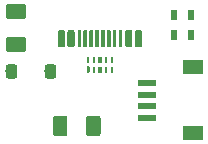
<source format=gtp>
G04 #@! TF.GenerationSoftware,KiCad,Pcbnew,(5.1.4)-1*
G04 #@! TF.CreationDate,2022-05-10T00:39:04+09:00*
G04 #@! TF.ProjectId,Unified-Daughterboard,556e6966-6965-4642-9d44-617567687465,C3*
G04 #@! TF.SameCoordinates,Original*
G04 #@! TF.FileFunction,Paste,Top*
G04 #@! TF.FilePolarity,Positive*
%FSLAX46Y46*%
G04 Gerber Fmt 4.6, Leading zero omitted, Abs format (unit mm)*
G04 Created by KiCad (PCBNEW (5.1.4)-1) date 2022-05-10 00:39:04*
%MOMM*%
%LPD*%
G04 APERTURE LIST*
%ADD10C,0.100000*%
%ADD11C,0.250000*%
%ADD12R,0.250000X0.550000*%
%ADD13R,0.300000X0.550000*%
%ADD14C,1.250000*%
%ADD15R,0.500000X0.900000*%
%ADD16C,1.000000*%
%ADD17C,0.600000*%
%ADD18C,0.300000*%
%ADD19R,1.550000X0.600000*%
%ADD20R,1.800000X1.200000*%
G04 APERTURE END LIST*
D10*
G36*
X74014753Y-66453602D02*
G01*
X74026887Y-66455402D01*
X74038787Y-66458382D01*
X74050336Y-66462515D01*
X74061426Y-66467760D01*
X74071947Y-66474066D01*
X74081800Y-66481374D01*
X74090889Y-66489612D01*
X74099127Y-66498701D01*
X74106435Y-66508554D01*
X74112741Y-66519075D01*
X74117986Y-66530165D01*
X74122119Y-66541714D01*
X74125099Y-66553614D01*
X74126899Y-66565748D01*
X74127501Y-66578000D01*
X74127501Y-66878000D01*
X74126899Y-66890252D01*
X74125099Y-66902386D01*
X74122119Y-66914286D01*
X74117986Y-66925835D01*
X74112741Y-66936925D01*
X74106435Y-66947446D01*
X74099127Y-66957299D01*
X74090889Y-66966388D01*
X74081800Y-66974626D01*
X74071947Y-66981934D01*
X74061426Y-66988240D01*
X74050336Y-66993485D01*
X74038787Y-66997618D01*
X74026887Y-67000598D01*
X74014753Y-67002398D01*
X74002501Y-67003000D01*
X74002499Y-67003000D01*
X73990247Y-67002398D01*
X73978113Y-67000598D01*
X73966213Y-66997618D01*
X73954664Y-66993485D01*
X73943574Y-66988240D01*
X73933053Y-66981934D01*
X73923200Y-66974626D01*
X73914111Y-66966388D01*
X73905873Y-66957299D01*
X73898565Y-66947446D01*
X73892259Y-66936925D01*
X73887014Y-66925835D01*
X73882881Y-66914286D01*
X73879901Y-66902386D01*
X73878101Y-66890252D01*
X73877499Y-66878000D01*
X73877499Y-66578000D01*
X73878101Y-66565748D01*
X73879901Y-66553614D01*
X73882881Y-66541714D01*
X73887014Y-66530165D01*
X73892259Y-66519075D01*
X73898565Y-66508554D01*
X73905873Y-66498701D01*
X73914111Y-66489612D01*
X73923200Y-66481374D01*
X73933053Y-66474066D01*
X73943574Y-66467760D01*
X73954664Y-66462515D01*
X73966213Y-66458382D01*
X73978113Y-66455402D01*
X73990247Y-66453602D01*
X74002499Y-66453000D01*
X74002501Y-66453000D01*
X74014753Y-66453602D01*
X74014753Y-66453602D01*
G37*
D11*
X74002500Y-66728000D03*
D12*
X74502500Y-66728000D03*
D13*
X75002500Y-66728000D03*
D12*
X75502500Y-66728000D03*
X76002500Y-66728000D03*
X74502500Y-65958000D03*
X76002500Y-65958000D03*
X75502500Y-65958000D03*
X74002500Y-65958000D03*
D13*
X75002500Y-65958000D03*
D10*
G36*
X72024504Y-70627204D02*
G01*
X72048773Y-70630804D01*
X72072571Y-70636765D01*
X72095671Y-70645030D01*
X72117849Y-70655520D01*
X72138893Y-70668133D01*
X72158598Y-70682747D01*
X72176777Y-70699223D01*
X72193253Y-70717402D01*
X72207867Y-70737107D01*
X72220480Y-70758151D01*
X72230970Y-70780329D01*
X72239235Y-70803429D01*
X72245196Y-70827227D01*
X72248796Y-70851496D01*
X72250000Y-70876000D01*
X72250000Y-72126000D01*
X72248796Y-72150504D01*
X72245196Y-72174773D01*
X72239235Y-72198571D01*
X72230970Y-72221671D01*
X72220480Y-72243849D01*
X72207867Y-72264893D01*
X72193253Y-72284598D01*
X72176777Y-72302777D01*
X72158598Y-72319253D01*
X72138893Y-72333867D01*
X72117849Y-72346480D01*
X72095671Y-72356970D01*
X72072571Y-72365235D01*
X72048773Y-72371196D01*
X72024504Y-72374796D01*
X72000000Y-72376000D01*
X71250000Y-72376000D01*
X71225496Y-72374796D01*
X71201227Y-72371196D01*
X71177429Y-72365235D01*
X71154329Y-72356970D01*
X71132151Y-72346480D01*
X71111107Y-72333867D01*
X71091402Y-72319253D01*
X71073223Y-72302777D01*
X71056747Y-72284598D01*
X71042133Y-72264893D01*
X71029520Y-72243849D01*
X71019030Y-72221671D01*
X71010765Y-72198571D01*
X71004804Y-72174773D01*
X71001204Y-72150504D01*
X71000000Y-72126000D01*
X71000000Y-70876000D01*
X71001204Y-70851496D01*
X71004804Y-70827227D01*
X71010765Y-70803429D01*
X71019030Y-70780329D01*
X71029520Y-70758151D01*
X71042133Y-70737107D01*
X71056747Y-70717402D01*
X71073223Y-70699223D01*
X71091402Y-70682747D01*
X71111107Y-70668133D01*
X71132151Y-70655520D01*
X71154329Y-70645030D01*
X71177429Y-70636765D01*
X71201227Y-70630804D01*
X71225496Y-70627204D01*
X71250000Y-70626000D01*
X72000000Y-70626000D01*
X72024504Y-70627204D01*
X72024504Y-70627204D01*
G37*
D14*
X71625000Y-71501000D03*
D10*
G36*
X74824504Y-70627204D02*
G01*
X74848773Y-70630804D01*
X74872571Y-70636765D01*
X74895671Y-70645030D01*
X74917849Y-70655520D01*
X74938893Y-70668133D01*
X74958598Y-70682747D01*
X74976777Y-70699223D01*
X74993253Y-70717402D01*
X75007867Y-70737107D01*
X75020480Y-70758151D01*
X75030970Y-70780329D01*
X75039235Y-70803429D01*
X75045196Y-70827227D01*
X75048796Y-70851496D01*
X75050000Y-70876000D01*
X75050000Y-72126000D01*
X75048796Y-72150504D01*
X75045196Y-72174773D01*
X75039235Y-72198571D01*
X75030970Y-72221671D01*
X75020480Y-72243849D01*
X75007867Y-72264893D01*
X74993253Y-72284598D01*
X74976777Y-72302777D01*
X74958598Y-72319253D01*
X74938893Y-72333867D01*
X74917849Y-72346480D01*
X74895671Y-72356970D01*
X74872571Y-72365235D01*
X74848773Y-72371196D01*
X74824504Y-72374796D01*
X74800000Y-72376000D01*
X74050000Y-72376000D01*
X74025496Y-72374796D01*
X74001227Y-72371196D01*
X73977429Y-72365235D01*
X73954329Y-72356970D01*
X73932151Y-72346480D01*
X73911107Y-72333867D01*
X73891402Y-72319253D01*
X73873223Y-72302777D01*
X73856747Y-72284598D01*
X73842133Y-72264893D01*
X73829520Y-72243849D01*
X73819030Y-72221671D01*
X73810765Y-72198571D01*
X73804804Y-72174773D01*
X73801204Y-72150504D01*
X73800000Y-72126000D01*
X73800000Y-70876000D01*
X73801204Y-70851496D01*
X73804804Y-70827227D01*
X73810765Y-70803429D01*
X73819030Y-70780329D01*
X73829520Y-70758151D01*
X73842133Y-70737107D01*
X73856747Y-70717402D01*
X73873223Y-70699223D01*
X73891402Y-70682747D01*
X73911107Y-70668133D01*
X73932151Y-70655520D01*
X73954329Y-70645030D01*
X73977429Y-70636765D01*
X74001227Y-70630804D01*
X74025496Y-70627204D01*
X74050000Y-70626000D01*
X74800000Y-70626000D01*
X74824504Y-70627204D01*
X74824504Y-70627204D01*
G37*
D14*
X74425000Y-71501000D03*
D15*
X81252500Y-62143000D03*
X82752500Y-62143000D03*
D10*
G36*
X68540004Y-63983204D02*
G01*
X68564273Y-63986804D01*
X68588071Y-63992765D01*
X68611171Y-64001030D01*
X68633349Y-64011520D01*
X68654393Y-64024133D01*
X68674098Y-64038747D01*
X68692277Y-64055223D01*
X68708753Y-64073402D01*
X68723367Y-64093107D01*
X68735980Y-64114151D01*
X68746470Y-64136329D01*
X68754735Y-64159429D01*
X68760696Y-64183227D01*
X68764296Y-64207496D01*
X68765500Y-64232000D01*
X68765500Y-64982000D01*
X68764296Y-65006504D01*
X68760696Y-65030773D01*
X68754735Y-65054571D01*
X68746470Y-65077671D01*
X68735980Y-65099849D01*
X68723367Y-65120893D01*
X68708753Y-65140598D01*
X68692277Y-65158777D01*
X68674098Y-65175253D01*
X68654393Y-65189867D01*
X68633349Y-65202480D01*
X68611171Y-65212970D01*
X68588071Y-65221235D01*
X68564273Y-65227196D01*
X68540004Y-65230796D01*
X68515500Y-65232000D01*
X67265500Y-65232000D01*
X67240996Y-65230796D01*
X67216727Y-65227196D01*
X67192929Y-65221235D01*
X67169829Y-65212970D01*
X67147651Y-65202480D01*
X67126607Y-65189867D01*
X67106902Y-65175253D01*
X67088723Y-65158777D01*
X67072247Y-65140598D01*
X67057633Y-65120893D01*
X67045020Y-65099849D01*
X67034530Y-65077671D01*
X67026265Y-65054571D01*
X67020304Y-65030773D01*
X67016704Y-65006504D01*
X67015500Y-64982000D01*
X67015500Y-64232000D01*
X67016704Y-64207496D01*
X67020304Y-64183227D01*
X67026265Y-64159429D01*
X67034530Y-64136329D01*
X67045020Y-64114151D01*
X67057633Y-64093107D01*
X67072247Y-64073402D01*
X67088723Y-64055223D01*
X67106902Y-64038747D01*
X67126607Y-64024133D01*
X67147651Y-64011520D01*
X67169829Y-64001030D01*
X67192929Y-63992765D01*
X67216727Y-63986804D01*
X67240996Y-63983204D01*
X67265500Y-63982000D01*
X68515500Y-63982000D01*
X68540004Y-63983204D01*
X68540004Y-63983204D01*
G37*
D14*
X67890500Y-64607000D03*
D10*
G36*
X68540004Y-61183204D02*
G01*
X68564273Y-61186804D01*
X68588071Y-61192765D01*
X68611171Y-61201030D01*
X68633349Y-61211520D01*
X68654393Y-61224133D01*
X68674098Y-61238747D01*
X68692277Y-61255223D01*
X68708753Y-61273402D01*
X68723367Y-61293107D01*
X68735980Y-61314151D01*
X68746470Y-61336329D01*
X68754735Y-61359429D01*
X68760696Y-61383227D01*
X68764296Y-61407496D01*
X68765500Y-61432000D01*
X68765500Y-62182000D01*
X68764296Y-62206504D01*
X68760696Y-62230773D01*
X68754735Y-62254571D01*
X68746470Y-62277671D01*
X68735980Y-62299849D01*
X68723367Y-62320893D01*
X68708753Y-62340598D01*
X68692277Y-62358777D01*
X68674098Y-62375253D01*
X68654393Y-62389867D01*
X68633349Y-62402480D01*
X68611171Y-62412970D01*
X68588071Y-62421235D01*
X68564273Y-62427196D01*
X68540004Y-62430796D01*
X68515500Y-62432000D01*
X67265500Y-62432000D01*
X67240996Y-62430796D01*
X67216727Y-62427196D01*
X67192929Y-62421235D01*
X67169829Y-62412970D01*
X67147651Y-62402480D01*
X67126607Y-62389867D01*
X67106902Y-62375253D01*
X67088723Y-62358777D01*
X67072247Y-62340598D01*
X67057633Y-62320893D01*
X67045020Y-62299849D01*
X67034530Y-62277671D01*
X67026265Y-62254571D01*
X67020304Y-62230773D01*
X67016704Y-62206504D01*
X67015500Y-62182000D01*
X67015500Y-61432000D01*
X67016704Y-61407496D01*
X67020304Y-61383227D01*
X67026265Y-61359429D01*
X67034530Y-61336329D01*
X67045020Y-61314151D01*
X67057633Y-61293107D01*
X67072247Y-61273402D01*
X67088723Y-61255223D01*
X67106902Y-61238747D01*
X67126607Y-61224133D01*
X67147651Y-61211520D01*
X67169829Y-61201030D01*
X67192929Y-61192765D01*
X67216727Y-61186804D01*
X67240996Y-61183204D01*
X67265500Y-61182000D01*
X68515500Y-61182000D01*
X68540004Y-61183204D01*
X68540004Y-61183204D01*
G37*
D14*
X67890500Y-61807000D03*
D10*
G36*
X71084004Y-66291204D02*
G01*
X71108273Y-66294804D01*
X71132071Y-66300765D01*
X71155171Y-66309030D01*
X71177349Y-66319520D01*
X71198393Y-66332133D01*
X71218098Y-66346747D01*
X71236277Y-66363223D01*
X71252753Y-66381402D01*
X71267367Y-66401107D01*
X71279980Y-66422151D01*
X71290470Y-66444329D01*
X71298735Y-66467429D01*
X71304696Y-66491227D01*
X71308296Y-66515496D01*
X71309500Y-66540000D01*
X71309500Y-67240000D01*
X71308296Y-67264504D01*
X71304696Y-67288773D01*
X71298735Y-67312571D01*
X71290470Y-67335671D01*
X71279980Y-67357849D01*
X71267367Y-67378893D01*
X71252753Y-67398598D01*
X71236277Y-67416777D01*
X71218098Y-67433253D01*
X71198393Y-67447867D01*
X71177349Y-67460480D01*
X71155171Y-67470970D01*
X71132071Y-67479235D01*
X71108273Y-67485196D01*
X71084004Y-67488796D01*
X71059500Y-67490000D01*
X70559500Y-67490000D01*
X70534996Y-67488796D01*
X70510727Y-67485196D01*
X70486929Y-67479235D01*
X70463829Y-67470970D01*
X70441651Y-67460480D01*
X70420607Y-67447867D01*
X70400902Y-67433253D01*
X70382723Y-67416777D01*
X70366247Y-67398598D01*
X70351633Y-67378893D01*
X70339020Y-67357849D01*
X70328530Y-67335671D01*
X70320265Y-67312571D01*
X70314304Y-67288773D01*
X70310704Y-67264504D01*
X70309500Y-67240000D01*
X70309500Y-66540000D01*
X70310704Y-66515496D01*
X70314304Y-66491227D01*
X70320265Y-66467429D01*
X70328530Y-66444329D01*
X70339020Y-66422151D01*
X70351633Y-66401107D01*
X70366247Y-66381402D01*
X70382723Y-66363223D01*
X70400902Y-66346747D01*
X70420607Y-66332133D01*
X70441651Y-66319520D01*
X70463829Y-66309030D01*
X70486929Y-66300765D01*
X70510727Y-66294804D01*
X70534996Y-66291204D01*
X70559500Y-66290000D01*
X71059500Y-66290000D01*
X71084004Y-66291204D01*
X71084004Y-66291204D01*
G37*
D16*
X70809500Y-66890000D03*
D10*
G36*
X67784004Y-66291204D02*
G01*
X67808273Y-66294804D01*
X67832071Y-66300765D01*
X67855171Y-66309030D01*
X67877349Y-66319520D01*
X67898393Y-66332133D01*
X67918098Y-66346747D01*
X67936277Y-66363223D01*
X67952753Y-66381402D01*
X67967367Y-66401107D01*
X67979980Y-66422151D01*
X67990470Y-66444329D01*
X67998735Y-66467429D01*
X68004696Y-66491227D01*
X68008296Y-66515496D01*
X68009500Y-66540000D01*
X68009500Y-67240000D01*
X68008296Y-67264504D01*
X68004696Y-67288773D01*
X67998735Y-67312571D01*
X67990470Y-67335671D01*
X67979980Y-67357849D01*
X67967367Y-67378893D01*
X67952753Y-67398598D01*
X67936277Y-67416777D01*
X67918098Y-67433253D01*
X67898393Y-67447867D01*
X67877349Y-67460480D01*
X67855171Y-67470970D01*
X67832071Y-67479235D01*
X67808273Y-67485196D01*
X67784004Y-67488796D01*
X67759500Y-67490000D01*
X67259500Y-67490000D01*
X67234996Y-67488796D01*
X67210727Y-67485196D01*
X67186929Y-67479235D01*
X67163829Y-67470970D01*
X67141651Y-67460480D01*
X67120607Y-67447867D01*
X67100902Y-67433253D01*
X67082723Y-67416777D01*
X67066247Y-67398598D01*
X67051633Y-67378893D01*
X67039020Y-67357849D01*
X67028530Y-67335671D01*
X67020265Y-67312571D01*
X67014304Y-67288773D01*
X67010704Y-67264504D01*
X67009500Y-67240000D01*
X67009500Y-66540000D01*
X67010704Y-66515496D01*
X67014304Y-66491227D01*
X67020265Y-66467429D01*
X67028530Y-66444329D01*
X67039020Y-66422151D01*
X67051633Y-66401107D01*
X67066247Y-66381402D01*
X67082723Y-66363223D01*
X67100902Y-66346747D01*
X67120607Y-66332133D01*
X67141651Y-66319520D01*
X67163829Y-66309030D01*
X67186929Y-66300765D01*
X67210727Y-66294804D01*
X67234996Y-66291204D01*
X67259500Y-66290000D01*
X67759500Y-66290000D01*
X67784004Y-66291204D01*
X67784004Y-66291204D01*
G37*
D16*
X67509500Y-66890000D03*
D10*
G36*
X78417203Y-63393722D02*
G01*
X78431764Y-63395882D01*
X78446043Y-63399459D01*
X78459903Y-63404418D01*
X78473210Y-63410712D01*
X78485836Y-63418280D01*
X78497659Y-63427048D01*
X78508566Y-63436934D01*
X78518452Y-63447841D01*
X78527220Y-63459664D01*
X78534788Y-63472290D01*
X78541082Y-63485597D01*
X78546041Y-63499457D01*
X78549618Y-63513736D01*
X78551778Y-63528297D01*
X78552500Y-63543000D01*
X78552500Y-64693000D01*
X78551778Y-64707703D01*
X78549618Y-64722264D01*
X78546041Y-64736543D01*
X78541082Y-64750403D01*
X78534788Y-64763710D01*
X78527220Y-64776336D01*
X78518452Y-64788159D01*
X78508566Y-64799066D01*
X78497659Y-64808952D01*
X78485836Y-64817720D01*
X78473210Y-64825288D01*
X78459903Y-64831582D01*
X78446043Y-64836541D01*
X78431764Y-64840118D01*
X78417203Y-64842278D01*
X78402500Y-64843000D01*
X78102500Y-64843000D01*
X78087797Y-64842278D01*
X78073236Y-64840118D01*
X78058957Y-64836541D01*
X78045097Y-64831582D01*
X78031790Y-64825288D01*
X78019164Y-64817720D01*
X78007341Y-64808952D01*
X77996434Y-64799066D01*
X77986548Y-64788159D01*
X77977780Y-64776336D01*
X77970212Y-64763710D01*
X77963918Y-64750403D01*
X77958959Y-64736543D01*
X77955382Y-64722264D01*
X77953222Y-64707703D01*
X77952500Y-64693000D01*
X77952500Y-63543000D01*
X77953222Y-63528297D01*
X77955382Y-63513736D01*
X77958959Y-63499457D01*
X77963918Y-63485597D01*
X77970212Y-63472290D01*
X77977780Y-63459664D01*
X77986548Y-63447841D01*
X77996434Y-63436934D01*
X78007341Y-63427048D01*
X78019164Y-63418280D01*
X78031790Y-63410712D01*
X78045097Y-63404418D01*
X78058957Y-63399459D01*
X78073236Y-63395882D01*
X78087797Y-63393722D01*
X78102500Y-63393000D01*
X78402500Y-63393000D01*
X78417203Y-63393722D01*
X78417203Y-63393722D01*
G37*
D17*
X78252500Y-64118000D03*
D10*
G36*
X76834851Y-63393361D02*
G01*
X76842132Y-63394441D01*
X76849271Y-63396229D01*
X76856201Y-63398709D01*
X76862855Y-63401856D01*
X76869168Y-63405640D01*
X76875079Y-63410024D01*
X76880533Y-63414967D01*
X76885476Y-63420421D01*
X76889860Y-63426332D01*
X76893644Y-63432645D01*
X76896791Y-63439299D01*
X76899271Y-63446229D01*
X76901059Y-63453368D01*
X76902139Y-63460649D01*
X76902500Y-63468000D01*
X76902500Y-64768000D01*
X76902139Y-64775351D01*
X76901059Y-64782632D01*
X76899271Y-64789771D01*
X76896791Y-64796701D01*
X76893644Y-64803355D01*
X76889860Y-64809668D01*
X76885476Y-64815579D01*
X76880533Y-64821033D01*
X76875079Y-64825976D01*
X76869168Y-64830360D01*
X76862855Y-64834144D01*
X76856201Y-64837291D01*
X76849271Y-64839771D01*
X76842132Y-64841559D01*
X76834851Y-64842639D01*
X76827500Y-64843000D01*
X76677500Y-64843000D01*
X76670149Y-64842639D01*
X76662868Y-64841559D01*
X76655729Y-64839771D01*
X76648799Y-64837291D01*
X76642145Y-64834144D01*
X76635832Y-64830360D01*
X76629921Y-64825976D01*
X76624467Y-64821033D01*
X76619524Y-64815579D01*
X76615140Y-64809668D01*
X76611356Y-64803355D01*
X76608209Y-64796701D01*
X76605729Y-64789771D01*
X76603941Y-64782632D01*
X76602861Y-64775351D01*
X76602500Y-64768000D01*
X76602500Y-63468000D01*
X76602861Y-63460649D01*
X76603941Y-63453368D01*
X76605729Y-63446229D01*
X76608209Y-63439299D01*
X76611356Y-63432645D01*
X76615140Y-63426332D01*
X76619524Y-63420421D01*
X76624467Y-63414967D01*
X76629921Y-63410024D01*
X76635832Y-63405640D01*
X76642145Y-63401856D01*
X76648799Y-63398709D01*
X76655729Y-63396229D01*
X76662868Y-63394441D01*
X76670149Y-63393361D01*
X76677500Y-63393000D01*
X76827500Y-63393000D01*
X76834851Y-63393361D01*
X76834851Y-63393361D01*
G37*
D18*
X76752500Y-64118000D03*
D10*
G36*
X76334851Y-63393361D02*
G01*
X76342132Y-63394441D01*
X76349271Y-63396229D01*
X76356201Y-63398709D01*
X76362855Y-63401856D01*
X76369168Y-63405640D01*
X76375079Y-63410024D01*
X76380533Y-63414967D01*
X76385476Y-63420421D01*
X76389860Y-63426332D01*
X76393644Y-63432645D01*
X76396791Y-63439299D01*
X76399271Y-63446229D01*
X76401059Y-63453368D01*
X76402139Y-63460649D01*
X76402500Y-63468000D01*
X76402500Y-64768000D01*
X76402139Y-64775351D01*
X76401059Y-64782632D01*
X76399271Y-64789771D01*
X76396791Y-64796701D01*
X76393644Y-64803355D01*
X76389860Y-64809668D01*
X76385476Y-64815579D01*
X76380533Y-64821033D01*
X76375079Y-64825976D01*
X76369168Y-64830360D01*
X76362855Y-64834144D01*
X76356201Y-64837291D01*
X76349271Y-64839771D01*
X76342132Y-64841559D01*
X76334851Y-64842639D01*
X76327500Y-64843000D01*
X76177500Y-64843000D01*
X76170149Y-64842639D01*
X76162868Y-64841559D01*
X76155729Y-64839771D01*
X76148799Y-64837291D01*
X76142145Y-64834144D01*
X76135832Y-64830360D01*
X76129921Y-64825976D01*
X76124467Y-64821033D01*
X76119524Y-64815579D01*
X76115140Y-64809668D01*
X76111356Y-64803355D01*
X76108209Y-64796701D01*
X76105729Y-64789771D01*
X76103941Y-64782632D01*
X76102861Y-64775351D01*
X76102500Y-64768000D01*
X76102500Y-63468000D01*
X76102861Y-63460649D01*
X76103941Y-63453368D01*
X76105729Y-63446229D01*
X76108209Y-63439299D01*
X76111356Y-63432645D01*
X76115140Y-63426332D01*
X76119524Y-63420421D01*
X76124467Y-63414967D01*
X76129921Y-63410024D01*
X76135832Y-63405640D01*
X76142145Y-63401856D01*
X76148799Y-63398709D01*
X76155729Y-63396229D01*
X76162868Y-63394441D01*
X76170149Y-63393361D01*
X76177500Y-63393000D01*
X76327500Y-63393000D01*
X76334851Y-63393361D01*
X76334851Y-63393361D01*
G37*
D18*
X76252500Y-64118000D03*
D10*
G36*
X75834851Y-63393361D02*
G01*
X75842132Y-63394441D01*
X75849271Y-63396229D01*
X75856201Y-63398709D01*
X75862855Y-63401856D01*
X75869168Y-63405640D01*
X75875079Y-63410024D01*
X75880533Y-63414967D01*
X75885476Y-63420421D01*
X75889860Y-63426332D01*
X75893644Y-63432645D01*
X75896791Y-63439299D01*
X75899271Y-63446229D01*
X75901059Y-63453368D01*
X75902139Y-63460649D01*
X75902500Y-63468000D01*
X75902500Y-64768000D01*
X75902139Y-64775351D01*
X75901059Y-64782632D01*
X75899271Y-64789771D01*
X75896791Y-64796701D01*
X75893644Y-64803355D01*
X75889860Y-64809668D01*
X75885476Y-64815579D01*
X75880533Y-64821033D01*
X75875079Y-64825976D01*
X75869168Y-64830360D01*
X75862855Y-64834144D01*
X75856201Y-64837291D01*
X75849271Y-64839771D01*
X75842132Y-64841559D01*
X75834851Y-64842639D01*
X75827500Y-64843000D01*
X75677500Y-64843000D01*
X75670149Y-64842639D01*
X75662868Y-64841559D01*
X75655729Y-64839771D01*
X75648799Y-64837291D01*
X75642145Y-64834144D01*
X75635832Y-64830360D01*
X75629921Y-64825976D01*
X75624467Y-64821033D01*
X75619524Y-64815579D01*
X75615140Y-64809668D01*
X75611356Y-64803355D01*
X75608209Y-64796701D01*
X75605729Y-64789771D01*
X75603941Y-64782632D01*
X75602861Y-64775351D01*
X75602500Y-64768000D01*
X75602500Y-63468000D01*
X75602861Y-63460649D01*
X75603941Y-63453368D01*
X75605729Y-63446229D01*
X75608209Y-63439299D01*
X75611356Y-63432645D01*
X75615140Y-63426332D01*
X75619524Y-63420421D01*
X75624467Y-63414967D01*
X75629921Y-63410024D01*
X75635832Y-63405640D01*
X75642145Y-63401856D01*
X75648799Y-63398709D01*
X75655729Y-63396229D01*
X75662868Y-63394441D01*
X75670149Y-63393361D01*
X75677500Y-63393000D01*
X75827500Y-63393000D01*
X75834851Y-63393361D01*
X75834851Y-63393361D01*
G37*
D18*
X75752500Y-64118000D03*
D10*
G36*
X75338851Y-63393361D02*
G01*
X75346132Y-63394441D01*
X75353271Y-63396229D01*
X75360201Y-63398709D01*
X75366855Y-63401856D01*
X75373168Y-63405640D01*
X75379079Y-63410024D01*
X75384533Y-63414967D01*
X75389476Y-63420421D01*
X75393860Y-63426332D01*
X75397644Y-63432645D01*
X75400791Y-63439299D01*
X75403271Y-63446229D01*
X75405059Y-63453368D01*
X75406139Y-63460649D01*
X75406500Y-63468000D01*
X75406500Y-64768000D01*
X75406139Y-64775351D01*
X75405059Y-64782632D01*
X75403271Y-64789771D01*
X75400791Y-64796701D01*
X75397644Y-64803355D01*
X75393860Y-64809668D01*
X75389476Y-64815579D01*
X75384533Y-64821033D01*
X75379079Y-64825976D01*
X75373168Y-64830360D01*
X75366855Y-64834144D01*
X75360201Y-64837291D01*
X75353271Y-64839771D01*
X75346132Y-64841559D01*
X75338851Y-64842639D01*
X75331500Y-64843000D01*
X75181500Y-64843000D01*
X75174149Y-64842639D01*
X75166868Y-64841559D01*
X75159729Y-64839771D01*
X75152799Y-64837291D01*
X75146145Y-64834144D01*
X75139832Y-64830360D01*
X75133921Y-64825976D01*
X75128467Y-64821033D01*
X75123524Y-64815579D01*
X75119140Y-64809668D01*
X75115356Y-64803355D01*
X75112209Y-64796701D01*
X75109729Y-64789771D01*
X75107941Y-64782632D01*
X75106861Y-64775351D01*
X75106500Y-64768000D01*
X75106500Y-63468000D01*
X75106861Y-63460649D01*
X75107941Y-63453368D01*
X75109729Y-63446229D01*
X75112209Y-63439299D01*
X75115356Y-63432645D01*
X75119140Y-63426332D01*
X75123524Y-63420421D01*
X75128467Y-63414967D01*
X75133921Y-63410024D01*
X75139832Y-63405640D01*
X75146145Y-63401856D01*
X75152799Y-63398709D01*
X75159729Y-63396229D01*
X75166868Y-63394441D01*
X75174149Y-63393361D01*
X75181500Y-63393000D01*
X75331500Y-63393000D01*
X75338851Y-63393361D01*
X75338851Y-63393361D01*
G37*
D18*
X75256500Y-64118000D03*
D10*
G36*
X73334851Y-63393361D02*
G01*
X73342132Y-63394441D01*
X73349271Y-63396229D01*
X73356201Y-63398709D01*
X73362855Y-63401856D01*
X73369168Y-63405640D01*
X73375079Y-63410024D01*
X73380533Y-63414967D01*
X73385476Y-63420421D01*
X73389860Y-63426332D01*
X73393644Y-63432645D01*
X73396791Y-63439299D01*
X73399271Y-63446229D01*
X73401059Y-63453368D01*
X73402139Y-63460649D01*
X73402500Y-63468000D01*
X73402500Y-64768000D01*
X73402139Y-64775351D01*
X73401059Y-64782632D01*
X73399271Y-64789771D01*
X73396791Y-64796701D01*
X73393644Y-64803355D01*
X73389860Y-64809668D01*
X73385476Y-64815579D01*
X73380533Y-64821033D01*
X73375079Y-64825976D01*
X73369168Y-64830360D01*
X73362855Y-64834144D01*
X73356201Y-64837291D01*
X73349271Y-64839771D01*
X73342132Y-64841559D01*
X73334851Y-64842639D01*
X73327500Y-64843000D01*
X73177500Y-64843000D01*
X73170149Y-64842639D01*
X73162868Y-64841559D01*
X73155729Y-64839771D01*
X73148799Y-64837291D01*
X73142145Y-64834144D01*
X73135832Y-64830360D01*
X73129921Y-64825976D01*
X73124467Y-64821033D01*
X73119524Y-64815579D01*
X73115140Y-64809668D01*
X73111356Y-64803355D01*
X73108209Y-64796701D01*
X73105729Y-64789771D01*
X73103941Y-64782632D01*
X73102861Y-64775351D01*
X73102500Y-64768000D01*
X73102500Y-63468000D01*
X73102861Y-63460649D01*
X73103941Y-63453368D01*
X73105729Y-63446229D01*
X73108209Y-63439299D01*
X73111356Y-63432645D01*
X73115140Y-63426332D01*
X73119524Y-63420421D01*
X73124467Y-63414967D01*
X73129921Y-63410024D01*
X73135832Y-63405640D01*
X73142145Y-63401856D01*
X73148799Y-63398709D01*
X73155729Y-63396229D01*
X73162868Y-63394441D01*
X73170149Y-63393361D01*
X73177500Y-63393000D01*
X73327500Y-63393000D01*
X73334851Y-63393361D01*
X73334851Y-63393361D01*
G37*
D18*
X73252500Y-64118000D03*
D10*
G36*
X73834851Y-63393361D02*
G01*
X73842132Y-63394441D01*
X73849271Y-63396229D01*
X73856201Y-63398709D01*
X73862855Y-63401856D01*
X73869168Y-63405640D01*
X73875079Y-63410024D01*
X73880533Y-63414967D01*
X73885476Y-63420421D01*
X73889860Y-63426332D01*
X73893644Y-63432645D01*
X73896791Y-63439299D01*
X73899271Y-63446229D01*
X73901059Y-63453368D01*
X73902139Y-63460649D01*
X73902500Y-63468000D01*
X73902500Y-64768000D01*
X73902139Y-64775351D01*
X73901059Y-64782632D01*
X73899271Y-64789771D01*
X73896791Y-64796701D01*
X73893644Y-64803355D01*
X73889860Y-64809668D01*
X73885476Y-64815579D01*
X73880533Y-64821033D01*
X73875079Y-64825976D01*
X73869168Y-64830360D01*
X73862855Y-64834144D01*
X73856201Y-64837291D01*
X73849271Y-64839771D01*
X73842132Y-64841559D01*
X73834851Y-64842639D01*
X73827500Y-64843000D01*
X73677500Y-64843000D01*
X73670149Y-64842639D01*
X73662868Y-64841559D01*
X73655729Y-64839771D01*
X73648799Y-64837291D01*
X73642145Y-64834144D01*
X73635832Y-64830360D01*
X73629921Y-64825976D01*
X73624467Y-64821033D01*
X73619524Y-64815579D01*
X73615140Y-64809668D01*
X73611356Y-64803355D01*
X73608209Y-64796701D01*
X73605729Y-64789771D01*
X73603941Y-64782632D01*
X73602861Y-64775351D01*
X73602500Y-64768000D01*
X73602500Y-63468000D01*
X73602861Y-63460649D01*
X73603941Y-63453368D01*
X73605729Y-63446229D01*
X73608209Y-63439299D01*
X73611356Y-63432645D01*
X73615140Y-63426332D01*
X73619524Y-63420421D01*
X73624467Y-63414967D01*
X73629921Y-63410024D01*
X73635832Y-63405640D01*
X73642145Y-63401856D01*
X73648799Y-63398709D01*
X73655729Y-63396229D01*
X73662868Y-63394441D01*
X73670149Y-63393361D01*
X73677500Y-63393000D01*
X73827500Y-63393000D01*
X73834851Y-63393361D01*
X73834851Y-63393361D01*
G37*
D18*
X73752500Y-64118000D03*
D10*
G36*
X74334851Y-63393361D02*
G01*
X74342132Y-63394441D01*
X74349271Y-63396229D01*
X74356201Y-63398709D01*
X74362855Y-63401856D01*
X74369168Y-63405640D01*
X74375079Y-63410024D01*
X74380533Y-63414967D01*
X74385476Y-63420421D01*
X74389860Y-63426332D01*
X74393644Y-63432645D01*
X74396791Y-63439299D01*
X74399271Y-63446229D01*
X74401059Y-63453368D01*
X74402139Y-63460649D01*
X74402500Y-63468000D01*
X74402500Y-64768000D01*
X74402139Y-64775351D01*
X74401059Y-64782632D01*
X74399271Y-64789771D01*
X74396791Y-64796701D01*
X74393644Y-64803355D01*
X74389860Y-64809668D01*
X74385476Y-64815579D01*
X74380533Y-64821033D01*
X74375079Y-64825976D01*
X74369168Y-64830360D01*
X74362855Y-64834144D01*
X74356201Y-64837291D01*
X74349271Y-64839771D01*
X74342132Y-64841559D01*
X74334851Y-64842639D01*
X74327500Y-64843000D01*
X74177500Y-64843000D01*
X74170149Y-64842639D01*
X74162868Y-64841559D01*
X74155729Y-64839771D01*
X74148799Y-64837291D01*
X74142145Y-64834144D01*
X74135832Y-64830360D01*
X74129921Y-64825976D01*
X74124467Y-64821033D01*
X74119524Y-64815579D01*
X74115140Y-64809668D01*
X74111356Y-64803355D01*
X74108209Y-64796701D01*
X74105729Y-64789771D01*
X74103941Y-64782632D01*
X74102861Y-64775351D01*
X74102500Y-64768000D01*
X74102500Y-63468000D01*
X74102861Y-63460649D01*
X74103941Y-63453368D01*
X74105729Y-63446229D01*
X74108209Y-63439299D01*
X74111356Y-63432645D01*
X74115140Y-63426332D01*
X74119524Y-63420421D01*
X74124467Y-63414967D01*
X74129921Y-63410024D01*
X74135832Y-63405640D01*
X74142145Y-63401856D01*
X74148799Y-63398709D01*
X74155729Y-63396229D01*
X74162868Y-63394441D01*
X74170149Y-63393361D01*
X74177500Y-63393000D01*
X74327500Y-63393000D01*
X74334851Y-63393361D01*
X74334851Y-63393361D01*
G37*
D18*
X74252500Y-64118000D03*
D10*
G36*
X74834851Y-63393361D02*
G01*
X74842132Y-63394441D01*
X74849271Y-63396229D01*
X74856201Y-63398709D01*
X74862855Y-63401856D01*
X74869168Y-63405640D01*
X74875079Y-63410024D01*
X74880533Y-63414967D01*
X74885476Y-63420421D01*
X74889860Y-63426332D01*
X74893644Y-63432645D01*
X74896791Y-63439299D01*
X74899271Y-63446229D01*
X74901059Y-63453368D01*
X74902139Y-63460649D01*
X74902500Y-63468000D01*
X74902500Y-64768000D01*
X74902139Y-64775351D01*
X74901059Y-64782632D01*
X74899271Y-64789771D01*
X74896791Y-64796701D01*
X74893644Y-64803355D01*
X74889860Y-64809668D01*
X74885476Y-64815579D01*
X74880533Y-64821033D01*
X74875079Y-64825976D01*
X74869168Y-64830360D01*
X74862855Y-64834144D01*
X74856201Y-64837291D01*
X74849271Y-64839771D01*
X74842132Y-64841559D01*
X74834851Y-64842639D01*
X74827500Y-64843000D01*
X74677500Y-64843000D01*
X74670149Y-64842639D01*
X74662868Y-64841559D01*
X74655729Y-64839771D01*
X74648799Y-64837291D01*
X74642145Y-64834144D01*
X74635832Y-64830360D01*
X74629921Y-64825976D01*
X74624467Y-64821033D01*
X74619524Y-64815579D01*
X74615140Y-64809668D01*
X74611356Y-64803355D01*
X74608209Y-64796701D01*
X74605729Y-64789771D01*
X74603941Y-64782632D01*
X74602861Y-64775351D01*
X74602500Y-64768000D01*
X74602500Y-63468000D01*
X74602861Y-63460649D01*
X74603941Y-63453368D01*
X74605729Y-63446229D01*
X74608209Y-63439299D01*
X74611356Y-63432645D01*
X74615140Y-63426332D01*
X74619524Y-63420421D01*
X74624467Y-63414967D01*
X74629921Y-63410024D01*
X74635832Y-63405640D01*
X74642145Y-63401856D01*
X74648799Y-63398709D01*
X74655729Y-63396229D01*
X74662868Y-63394441D01*
X74670149Y-63393361D01*
X74677500Y-63393000D01*
X74827500Y-63393000D01*
X74834851Y-63393361D01*
X74834851Y-63393361D01*
G37*
D18*
X74752500Y-64118000D03*
D10*
G36*
X77617203Y-63393722D02*
G01*
X77631764Y-63395882D01*
X77646043Y-63399459D01*
X77659903Y-63404418D01*
X77673210Y-63410712D01*
X77685836Y-63418280D01*
X77697659Y-63427048D01*
X77708566Y-63436934D01*
X77718452Y-63447841D01*
X77727220Y-63459664D01*
X77734788Y-63472290D01*
X77741082Y-63485597D01*
X77746041Y-63499457D01*
X77749618Y-63513736D01*
X77751778Y-63528297D01*
X77752500Y-63543000D01*
X77752500Y-64693000D01*
X77751778Y-64707703D01*
X77749618Y-64722264D01*
X77746041Y-64736543D01*
X77741082Y-64750403D01*
X77734788Y-64763710D01*
X77727220Y-64776336D01*
X77718452Y-64788159D01*
X77708566Y-64799066D01*
X77697659Y-64808952D01*
X77685836Y-64817720D01*
X77673210Y-64825288D01*
X77659903Y-64831582D01*
X77646043Y-64836541D01*
X77631764Y-64840118D01*
X77617203Y-64842278D01*
X77602500Y-64843000D01*
X77302500Y-64843000D01*
X77287797Y-64842278D01*
X77273236Y-64840118D01*
X77258957Y-64836541D01*
X77245097Y-64831582D01*
X77231790Y-64825288D01*
X77219164Y-64817720D01*
X77207341Y-64808952D01*
X77196434Y-64799066D01*
X77186548Y-64788159D01*
X77177780Y-64776336D01*
X77170212Y-64763710D01*
X77163918Y-64750403D01*
X77158959Y-64736543D01*
X77155382Y-64722264D01*
X77153222Y-64707703D01*
X77152500Y-64693000D01*
X77152500Y-63543000D01*
X77153222Y-63528297D01*
X77155382Y-63513736D01*
X77158959Y-63499457D01*
X77163918Y-63485597D01*
X77170212Y-63472290D01*
X77177780Y-63459664D01*
X77186548Y-63447841D01*
X77196434Y-63436934D01*
X77207341Y-63427048D01*
X77219164Y-63418280D01*
X77231790Y-63410712D01*
X77245097Y-63404418D01*
X77258957Y-63399459D01*
X77273236Y-63395882D01*
X77287797Y-63393722D01*
X77302500Y-63393000D01*
X77602500Y-63393000D01*
X77617203Y-63393722D01*
X77617203Y-63393722D01*
G37*
D17*
X77452500Y-64118000D03*
D10*
G36*
X71917203Y-63393722D02*
G01*
X71931764Y-63395882D01*
X71946043Y-63399459D01*
X71959903Y-63404418D01*
X71973210Y-63410712D01*
X71985836Y-63418280D01*
X71997659Y-63427048D01*
X72008566Y-63436934D01*
X72018452Y-63447841D01*
X72027220Y-63459664D01*
X72034788Y-63472290D01*
X72041082Y-63485597D01*
X72046041Y-63499457D01*
X72049618Y-63513736D01*
X72051778Y-63528297D01*
X72052500Y-63543000D01*
X72052500Y-64693000D01*
X72051778Y-64707703D01*
X72049618Y-64722264D01*
X72046041Y-64736543D01*
X72041082Y-64750403D01*
X72034788Y-64763710D01*
X72027220Y-64776336D01*
X72018452Y-64788159D01*
X72008566Y-64799066D01*
X71997659Y-64808952D01*
X71985836Y-64817720D01*
X71973210Y-64825288D01*
X71959903Y-64831582D01*
X71946043Y-64836541D01*
X71931764Y-64840118D01*
X71917203Y-64842278D01*
X71902500Y-64843000D01*
X71602500Y-64843000D01*
X71587797Y-64842278D01*
X71573236Y-64840118D01*
X71558957Y-64836541D01*
X71545097Y-64831582D01*
X71531790Y-64825288D01*
X71519164Y-64817720D01*
X71507341Y-64808952D01*
X71496434Y-64799066D01*
X71486548Y-64788159D01*
X71477780Y-64776336D01*
X71470212Y-64763710D01*
X71463918Y-64750403D01*
X71458959Y-64736543D01*
X71455382Y-64722264D01*
X71453222Y-64707703D01*
X71452500Y-64693000D01*
X71452500Y-63543000D01*
X71453222Y-63528297D01*
X71455382Y-63513736D01*
X71458959Y-63499457D01*
X71463918Y-63485597D01*
X71470212Y-63472290D01*
X71477780Y-63459664D01*
X71486548Y-63447841D01*
X71496434Y-63436934D01*
X71507341Y-63427048D01*
X71519164Y-63418280D01*
X71531790Y-63410712D01*
X71545097Y-63404418D01*
X71558957Y-63399459D01*
X71573236Y-63395882D01*
X71587797Y-63393722D01*
X71602500Y-63393000D01*
X71902500Y-63393000D01*
X71917203Y-63393722D01*
X71917203Y-63393722D01*
G37*
D17*
X71752500Y-64118000D03*
D10*
G36*
X72717203Y-63393722D02*
G01*
X72731764Y-63395882D01*
X72746043Y-63399459D01*
X72759903Y-63404418D01*
X72773210Y-63410712D01*
X72785836Y-63418280D01*
X72797659Y-63427048D01*
X72808566Y-63436934D01*
X72818452Y-63447841D01*
X72827220Y-63459664D01*
X72834788Y-63472290D01*
X72841082Y-63485597D01*
X72846041Y-63499457D01*
X72849618Y-63513736D01*
X72851778Y-63528297D01*
X72852500Y-63543000D01*
X72852500Y-64693000D01*
X72851778Y-64707703D01*
X72849618Y-64722264D01*
X72846041Y-64736543D01*
X72841082Y-64750403D01*
X72834788Y-64763710D01*
X72827220Y-64776336D01*
X72818452Y-64788159D01*
X72808566Y-64799066D01*
X72797659Y-64808952D01*
X72785836Y-64817720D01*
X72773210Y-64825288D01*
X72759903Y-64831582D01*
X72746043Y-64836541D01*
X72731764Y-64840118D01*
X72717203Y-64842278D01*
X72702500Y-64843000D01*
X72402500Y-64843000D01*
X72387797Y-64842278D01*
X72373236Y-64840118D01*
X72358957Y-64836541D01*
X72345097Y-64831582D01*
X72331790Y-64825288D01*
X72319164Y-64817720D01*
X72307341Y-64808952D01*
X72296434Y-64799066D01*
X72286548Y-64788159D01*
X72277780Y-64776336D01*
X72270212Y-64763710D01*
X72263918Y-64750403D01*
X72258959Y-64736543D01*
X72255382Y-64722264D01*
X72253222Y-64707703D01*
X72252500Y-64693000D01*
X72252500Y-63543000D01*
X72253222Y-63528297D01*
X72255382Y-63513736D01*
X72258959Y-63499457D01*
X72263918Y-63485597D01*
X72270212Y-63472290D01*
X72277780Y-63459664D01*
X72286548Y-63447841D01*
X72296434Y-63436934D01*
X72307341Y-63427048D01*
X72319164Y-63418280D01*
X72331790Y-63410712D01*
X72345097Y-63404418D01*
X72358957Y-63399459D01*
X72373236Y-63395882D01*
X72387797Y-63393722D01*
X72402500Y-63393000D01*
X72702500Y-63393000D01*
X72717203Y-63393722D01*
X72717203Y-63393722D01*
G37*
D17*
X72552500Y-64118000D03*
D19*
X78977500Y-68841000D03*
X78977500Y-67841000D03*
X78977500Y-69841000D03*
X78977500Y-70841000D03*
D20*
X82852500Y-72141000D03*
X82852500Y-66541000D03*
D15*
X82752500Y-63843000D03*
X81252500Y-63843000D03*
M02*

</source>
